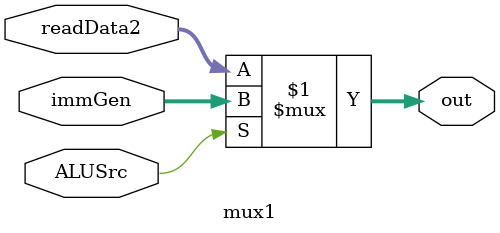
<source format=sv>
module mux1 #(parameter width=64)
    (input logic [width-1:0] readData2,immGen,
     input logic ALUSrc,
     output logic [width-1:0] out);

assign out=ALUSrc ? immGen : readData2;

endmodule

</source>
